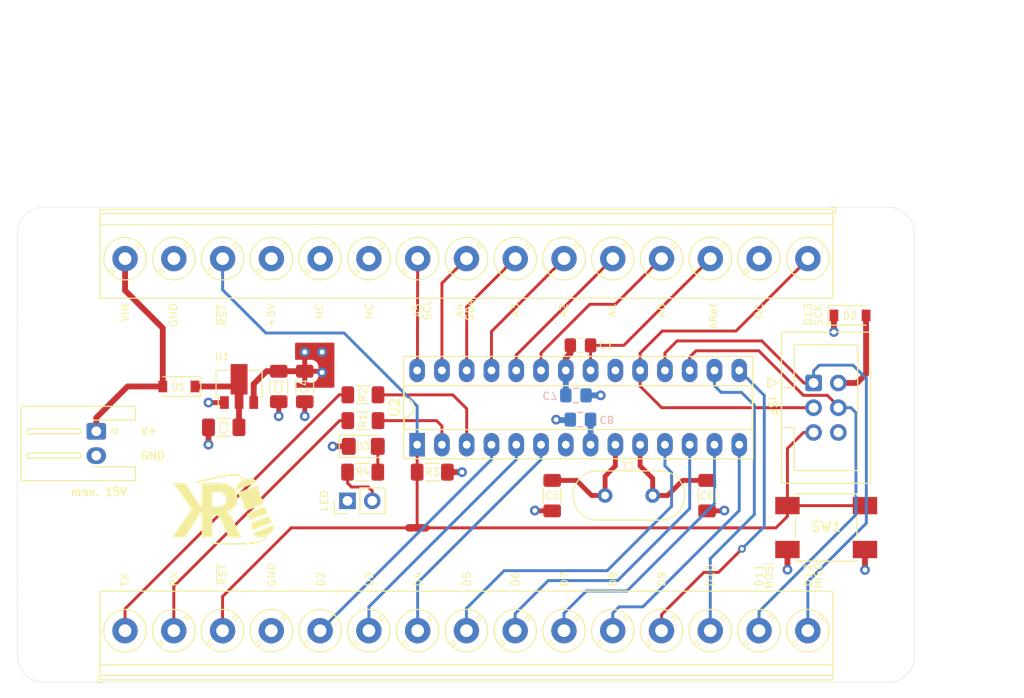
<source format=kicad_pcb>
(kicad_pcb (version 20211014) (generator pcbnew)
  (title_block (title "IR gesteuertes ALPS Potentiometer für Lautsprecher") (date "2021-05-16") (rev "1") (comment 1 "Kai Ruland"))
  (layers (0 "F.Cu" signal "Front") (1 "In1.Cu" power) (2 "In2.Cu" power) (31 "B.Cu" signal "Back") (34 "B.Paste" user) (35 "F.Paste" user) (36 "B.SilkS" user "B.Silkscreen") (37 "F.SilkS" user "F.Silkscreen") (38 "B.Mask" user) (39 "F.Mask" user) (44 "Edge.Cuts" user))
  (net 0 "")
  (net 1 "GND")
  (net 2 "/VDC_IN")
  (net 3 "Net-(C5-Pad2)")
  (net 4 "Net-(C6-Pad2)")
  (net 5 "/D2")
  (net 6 "/D3")
  (net 7 "+5V")
  (net 8 "VIN")
  (net 9 "/D12{slash}MISO")
  (net 10 "/D13{slash}SCK")
  (net 11 "/D11{slash}MOSI")
  (net 12 "/D0{slash}RX")
  (net 13 "/D1{slash}TX")
  (net 14 "/D4")
  (net 15 "/D5")
  (net 16 "/D6")
  (net 17 "/D7")
  (net 18 "/D8")
  (net 19 "/D9")
  (net 20 "/D10")
  (net 22 "/ARef")
  (net 23 "/A0")
  (net 24 "/A1")
  (net 25 "/A2")
  (net 26 "/A3")
  (net 27 "/A4")
  (net 28 "/A5")
  (net 30 "/TX")
  (net 31 "/RX")
  (net 33 "/~{RESET}")
  (net 34 "/ISP-5V")
  (net 35 "Net-(D3-Pad2)")
  (net 36 "Net-(J5-Pad2)")
  (footprint "Diode_SMD:D_SOD-123" (layer "F.Cu") (at 120.68155 92.8116 180)
    (fp_text reference "D1" (at 0.0254 -0.0254) (layer "F.SilkS") (effects (font (size 0.762 0.762) (thickness 0.1016))))
    (fp_text value "MBR0520LT")
    (pad "1" smd rect locked (at -1.65 0 180) (size 0.9 1.2) (layers "F.Cu" "F.Paste" "F.Mask") (net 2 "/VDC_IN"))
    (pad "2" smd rect locked (at 1.65 0 180) (size 0.9 1.2) (layers "F.Cu" "F.Paste" "F.Mask") (net 8 "VIN"))
  )
  (footprint "MountingHole:MountingHole_3.2mm_M3_DIN965" (layer "F.Cu") (at 192.5828 79.756)
    (fp_text reference "H2" hide)
    (fp_text value "MountingHole")
    (pad "" np_thru_hole circle (at 0 0) (size 3.2 3.2) (drill 3.2) (layers *.Cu *.Mask))
  )
  (footprint "MountingHole:MountingHole_3.2mm_M3_DIN965" (layer "F.Cu") (at 192.6336 117.8052)
    (fp_text reference "H4" hide)
    (fp_text value "MountingHole")
    (pad "" np_thru_hole circle (at 0 0) (size 3.2 3.2) (drill 3.2) (layers *.Cu *.Mask))
  )
  (footprint "Package_TO_SOT_SMD:SOT-89-3" (layer "F.Cu") (at 126.85375 92.8116 90)
    (fp_text reference "U1" (at 3.0734 -1.7272 180) (layer "F.SilkS") (effects (font (size 0.762 0.762) (thickness 0.1016))))
    (fp_text value "MCP1703A-5002_SOT89")
    (pad "1" smd rect locked (at -1.65 -1.5 90) (size 1.3 0.9) (layers "F.Cu" "F.Paste" "F.Mask") (net 1 "GND"))
    (pad "2" smd custom locked (at -1.5625 0 90) (size 1.475 0.9) (layers "F.Cu" "F.Paste" "F.Mask") (net 2 "/VDC_IN") (options (clearance outline) (anchor rect)) (primitives (gr_poly (pts (xy 3.8625 0.8665) (xy 0.7375 0.8665) (xy 0.7375 -0.8665) (xy 3.8625 -0.8665)) (width 0) (fill yes))))
    (pad "3" smd rect locked (at -1.65 1.5 90) (size 1.3 0.9) (layers "F.Cu" "F.Paste" "F.Mask") (net 7 "+5V"))
  )
  (footprint "Connector_IDC:IDC-Header_2x03_P2.54mm_Vertical" (layer "F.Cu") (at 185.7496 92.451)
    (fp_text reference "J4" hide)
    (fp_text value "Conn_02x03_Odd_Even")
    (pad "1" thru_hole roundrect locked (at 0 0) (size 1.7 1.7) (drill 1) (layers *.Cu *.Mask) (roundrect_rratio 0.1470588235) (net 9 "/D12{slash}MISO"))
    (pad "2" thru_hole circle locked (at 2.54 0) (size 1.7 1.7) (drill 1) (layers *.Cu *.Mask) (net 34 "/ISP-5V"))
    (pad "3" thru_hole circle locked (at 0 2.54) (size 1.7 1.7) (drill 1) (layers *.Cu *.Mask) (net 10 "/D13{slash}SCK"))
    (pad "4" thru_hole circle locked (at 2.54 2.54) (size 1.7 1.7) (drill 1) (layers *.Cu *.Mask) (net 11 "/D11{slash}MOSI"))
    (pad "5" thru_hole circle locked (at 0 5.08) (size 1.7 1.7) (drill 1) (layers *.Cu *.Mask) (net 33 "/~{RESET}"))
    (pad "6" thru_hole circle locked (at 2.54 5.08) (size 1.7 1.7) (drill 1) (layers *.Cu *.Mask) (net 1 "GND"))
  )
  (footprint "MountingHole:MountingHole_3.2mm_M3_DIN965" (layer "F.Cu") (at 107.4928 79.756)
    (fp_text reference "H1" hide)
    (fp_text value "MountingHole")
    (pad "" np_thru_hole circle (at 0 0) (size 3.2 3.2) (drill 3.2) (layers *.Cu *.Mask))
  )
  (footprint "Crystal:Crystal_HC49-4H_Vertical" (layer "F.Cu") (at 164.3766 103.99477)
    (fp_text reference "Y1" (at 2.44 -3.10597) (layer "F.SilkS") (effects (font (size 0.762 0.762) (thickness 0.1016))))
    (fp_text value "8Mhz")
    (pad "1" thru_hole circle locked (at 0 0) (size 1.5 1.5) (drill 0.8) (layers *.Cu *.Mask) (net 3 "Net-(C5-Pad2)"))
    (pad "2" thru_hole circle locked (at 4.88 0) (size 1.5 1.5) (drill 0.8) (layers *.Cu *.Mask) (net 4 "Net-(C6-Pad2)"))
  )
  (footprint "Capacitor_SMD:C_1206_3216Metric_Pad1.33x1.80mm_HandSolder" (layer "F.Cu") (at 158.9526 104.013 90)
    (fp_text reference "C5" (at 0 0 180) (layer "F.SilkS") (effects (font (size 0.762 0.762) (thickness 0.1016))))
    (fp_text value "22p")
    (pad "1" smd roundrect locked (at -1.5625 0 90) (size 1.325 1.8) (layers "F.Cu" "F.Paste" "F.Mask") (roundrect_rratio 0.1886792453) (net 1 "GND"))
    (pad "2" smd roundrect locked (at 1.5625 0 90) (size 1.325 1.8) (layers "F.Cu" "F.Paste" "F.Mask") (roundrect_rratio 0.1886792453) (net 3 "Net-(C5-Pad2)"))
  )
  (footprint "Capacitor_SMD:C_1206_3216Metric_Pad1.33x1.80mm_HandSolder" (layer "F.Cu") (at 174.8276 104.013 90)
    (fp_text reference "C6" (at 0 0 180) (layer "F.SilkS") (effects (font (size 0.762 0.762) (thickness 0.1016))))
    (fp_text value "22p")
    (pad "1" smd roundrect locked (at -1.5625 0 90) (size 1.325 1.8) (layers "F.Cu" "F.Paste" "F.Mask") (roundrect_rratio 0.1886792453) (net 1 "GND"))
    (pad "2" smd roundrect locked (at 1.5625 0 90) (size 1.325 1.8) (layers "F.Cu" "F.Paste" "F.Mask") (roundrect_rratio 0.1886792453) (net 4 "Net-(C6-Pad2)"))
  )
  (footprint "Package_DIP:DIP-28_W7.62mm_Socket_LongPads" (layer "F.Cu") (at 145.1096 98.78777 90)
    (fp_text reference "U2" (at 3.81 -2.33 90) (layer "F.SilkS"))
    (fp_text value "ATmega328-P")
    (pad "1" thru_hole rect locked (at 0 0 90) (size 2.4 1.6) (drill 0.8) (layers *.Cu *.Mask) (net 33 "/~{RESET}"))
    (pad "2" thru_hole oval locked (at 0 2.54 90) (size 2.4 1.6) (drill 0.8) (layers *.Cu *.Mask) (net 12 "/D0{slash}RX"))
    (pad "3" thru_hole oval locked (at 0 5.08 90) (size 2.4 1.6) (drill 0.8) (layers *.Cu *.Mask) (net 13 "/D1{slash}TX"))
    (pad "4" thru_hole oval locked (at 0 7.62 90) (size 2.4 1.6) (drill 0.8) (layers *.Cu *.Mask) (net 5 "/D2"))
    (pad "5" thru_hole oval locked (at 0 10.16 90) (size 2.4 1.6) (drill 0.8) (layers *.Cu *.Mask) (net 6 "/D3"))
    (pad "6" thru_hole oval locked (at 0 12.7 90) (size 2.4 1.6) (drill 0.8) (layers *.Cu *.Mask) (net 14 "/D4"))
    (pad "7" thru_hole oval locked (at 0 15.24 90) (size 2.4 1.6) (drill 0.8) (layers *.Cu *.Mask) (net 7 "+5V"))
    (pad "8" thru_hole oval locked (at 0 17.78 90) (size 2.4 1.6) (drill 0.8) (layers *.Cu *.Mask) (net 1 "GND"))
    (pad "9" thru_hole oval locked (at 0 20.32 90) (size 2.4 1.6) (drill 0.8) (layers *.Cu *.Mask) (net 3 "Net-(C5-Pad2)"))
    (pad "10" thru_hole oval locked (at 0 22.86 90) (size 2.4 1.6) (drill 0.8) (layers *.Cu *.Mask) (net 4 "Net-(C6-Pad2)"))
    (pad "11" thru_hole oval locked (at 0 25.4 90) (size 2.4 1.6) (drill 0.8) (layers *.Cu *.Mask) (net 15 "/D5"))
    (pad "12" thru_hole oval locked (at 0 27.94 90) (size 2.4 1.6) (drill 0.8) (layers *.Cu *.Mask) (net 16 "/D6"))
    (pad "13" thru_hole oval locked (at 0 30.48 90) (size 2.4 1.6) (drill 0.8) (layers *.Cu *.Mask) (net 17 "/D7"))
    (pad "14" thru_hole oval locked (at 0 33.02 90) (size 2.4 1.6) (drill 0.8) (layers *.Cu *.Mask) (net 18 "/D8"))
    (pad "15" thru_hole oval locked (at 7.62 33.02 90) (size 2.4 1.6) (drill 0.8) (layers *.Cu *.Mask) (net 19 "/D9"))
    (pad "16" thru_hole oval locked (at 7.62 30.48 90) (size 2.4 1.6) (drill 0.8) (layers *.Cu *.Mask) (net 20 "/D10"))
    (pad "17" thru_hole oval locked (at 7.62 27.94 90) (size 2.4 1.6) (drill 0.8) (layers *.Cu *.Mask) (net 11 "/D11{slash}MOSI"))
    (pad "18" thru_hole oval locked (at 7.62 25.4 90) (size 2.4 1.6) (drill 0.8) (layers *.Cu *.Mask) (net 9 "/D12{slash}MISO"))
    (pad "19" thru_hole oval locked (at 7.62 22.86 90) (size 2.4 1.6) (drill 0.8) (layers *.Cu *.Mask) (net 10 "/D13{slash}SCK"))
    (pad "20" thru_hole oval locked (at 7.62 20.32 90) (size 2.4 1.6) (drill 0.8) (layers *.Cu *.Mask) (net 7 "+5V"))
    (pad "21" thru_hole oval locked (at 7.62 17.78 90) (size 2.4 1.6) (drill 0.8) (layers *.Cu *.Mask) (net 22 "/ARef"))
    (pad "22" thru_hole oval locked (at 7.62 15.24 90) (size 2.4 1.6) (drill 0.8) (layers *.Cu *.Mask) (net 1 "GND"))
    (pad "23" thru_hole oval locked (at 7.62 12.7 90) (size 2.4 1.6) (drill 0.8) (layers *.Cu *.Mask) (net 23 "/A0"))
    (pad "24" thru_hole oval locked (at 7.62 10.16 90) (size 2.4 1.6) (drill 0.8) (layers *.Cu *.Mask) (net 24 "/A1"))
    (pad "25" thru_hole oval locked (at 7.62 7.62 90) (size 2.4 1.6) (drill 0.8) (layers *.Cu *.Mask) (net 25 "/A2"))
    (pad "26" thru_hole oval locked (at 7.62 5.08 90) (size 2.4 1.6) (drill 0.8) (layers *.Cu *.Mask) (net 26 "/A3"))
    (pad "27" thru_hole oval locked (at 7.62 2.54 90) (size 2.4 1.6) (drill 0.8) (layers *.Cu *.Mask) (net 27 "/A4"))
    (pad "28" thru_hole oval locked (at 7.62 0 90) (size 2.4 1.6) (drill 0.8) (layers *.Cu *.Mask) (net 28 "/A5"))
  )
  (footprint "MountingHole:MountingHole_3.2mm_M3_DIN965" (layer "F.Cu") (at 107.5436 117.8052)
    (fp_text reference "H3" hide)
    (fp_text value "MountingHole")
    (pad "" np_thru_hole circle (at 0 0) (size 3.2 3.2) (drill 3.2) (layers *.Cu *.Mask))
  )
  (footprint "Capacitor_SMD:C_1206_3216Metric_Pad1.33x1.80mm_HandSolder" (layer "F.Cu") (at 125.27895 97.0026 180)
    (fp_text reference "C2" (at 0 0 90) (layer "F.SilkS") (effects (font (size 0.762 0.762) (thickness 0.1016))))
    (fp_text value "1uF")
    (pad "1" smd roundrect locked (at -1.5625 0 180) (size 1.325 1.8) (layers "F.Cu" "F.Paste" "F.Mask") (roundrect_rratio 0.1886792453) (net 2 "/VDC_IN"))
    (pad "2" smd roundrect locked (at 1.5625 0 180) (size 1.325 1.8) (layers "F.Cu" "F.Paste" "F.Mask") (roundrect_rratio 0.1886792453) (net 1 "GND"))
  )
  (footprint "Resistor_SMD:R_1206_3216Metric_Pad1.30x1.75mm_HandSolder" (layer "F.Cu") (at 139.5476 96.3168)
    (fp_text reference "R1" (at 0 0 90) (layer "F.SilkS") (effects (font (size 0.762 0.762) (thickness 0.1016))))
    (fp_text value "1K")
    (pad "1" smd roundrect locked (at -1.55 0) (size 1.3 1.75) (layers "F.Cu" "F.Paste" "F.Mask") (roundrect_rratio 0.1923076923) (net 31 "/RX"))
    (pad "2" smd roundrect locked (at 1.55 0) (size 1.3 1.75) (layers "F.Cu" "F.Paste" "F.Mask") (roundrect_rratio 0.1923076923) (net 12 "/D0{slash}RX"))
  )
  (footprint "MySymbol:KR-Logo_10.4x7.2mm_SilkScreen" (layer "F.Cu") (at 125.222 105.41)
    (fp_text reference "G***" hide)
    (fp_text value "KR-Logo-10.4mm-SilkScreen" hide)
  )
  (footprint "Capacitor_SMD:C_0805_2012Metric_Pad1.18x1.45mm_HandSolder" (layer "F.Cu") (at 161.8521 88.5952 180)
    (fp_text reference "C1" (at -2.6383 -0.0254) (layer "F.SilkS") (effects (font (size 0.762 0.762) (thickness 0.1016))))
    (fp_text value "100n")
    (pad "1" smd roundrect locked (at -1.0375 0 180) (size 1.175 1.45) (layers "F.Cu" "F.Paste" "F.Mask") (roundrect_rratio 0.2127659574) (net 22 "/ARef"))
    (pad "2" smd roundrect locked (at 1.0375 0 180) (size 1.175 1.45) (layers "F.Cu" "F.Paste" "F.Mask") (roundrect_rratio 0.2127659574) (net 1 "GND"))
  )
  (footprint "TerminalBlock_Phoenix:TerminalBlock_Phoenix_PT-1,5-15-5.0-H_1x15_P5.00mm_Horizontal" (layer "F.Cu") (at 185.166 79.6972 180)
    (fp_text reference "J3" hide)
    (fp_text value "Screw_Terminal_01x15")
    (pad "1" thru_hole circle locked (at 0 0 180) (size 2.6 2.6) (drill 1.3) (layers *.Cu *.Mask) (net 10 "/D13{slash}SCK"))
    (pad "2" thru_hole circle locked (at 5 0 180) (size 2.6 2.6) (drill 1.3) (layers *.Cu *.Mask))
    (pad "3" thru_hole circle locked (at 10 0 180) (size 2.6 2.6) (drill 1.3) (layers *.Cu *.Mask) (net 22 "/ARef"))
    (pad "4" thru_hole circle locked (at 15 0 180) (size 2.6 2.6) (drill 1.3) (layers *.Cu *.Mask) (net 23 "/A0"))
    (pad "5" thru_hole circle locked (at 20 0 180) (size 2.6 2.6) (drill 1.3) (layers *.Cu *.Mask) (net 24 "/A1"))
    (pad "6" thru_hole circle locked (at 25 0 180) (size 2.6 2.6) (drill 1.3) (layers *.Cu *.Mask) (net 25 "/A2"))
    (pad "7" thru_hole circle locked (at 30 0 180) (size 2.6 2.6) (drill 1.3) (layers *.Cu *.Mask) (net 26 "/A3"))
    (pad "8" thru_hole circle locked (at 35 0 180) (size 2.6 2.6) (drill 1.3) (layers *.Cu *.Mask) (net 27 "/A4"))
    (pad "9" thru_hole circle locked (at 40 0 180) (size 2.6 2.6) (drill 1.3) (layers *.Cu *.Mask) (net 28 "/A5"))
    (pad "10" thru_hole circle locked (at 45 0 180) (size 2.6 2.6) (drill 1.3) (layers *.Cu *.Mask))
    (pad "11" thru_hole circle locked (at 50 0 180) (size 2.6 2.6) (drill 1.3) (layers *.Cu *.Mask))
    (pad "12" thru_hole circle locked (at 55 0 180) (size 2.6 2.6) (drill 1.3) (layers *.Cu *.Mask) (net 7 "+5V"))
    (pad "13" thru_hole circle locked (at 60 0 180) (size 2.6 2.6) (drill 1.3) (layers *.Cu *.Mask) (net 33 "/~{RESET}"))
    (pad "14" thru_hole circle locked (at 65 0 180) (size 2.6 2.6) (drill 1.3) (layers *.Cu *.Mask) (net 1 "GND"))
    (pad "15" thru_hole circle locked (at 70 0 180) (size 2.6 2.6) (drill 1.3) (layers *.Cu *.Mask) (net 8 "VIN"))
  )
  (footprint "Connector_PinHeader_2.54mm:PinHeader_1x02_P2.54mm_Vertical" (layer "F.Cu") (at 137.9678 104.5464 90)
    (fp_text reference "J5" hide)
    (fp_text value "Conn_01x02")
    (pad "1" thru_hole rect (at 0 0 90) (size 1.7 1.7) (drill 1) (layers *.Cu *.Mask) (net 7 "+5V"))
    (pad "2" thru_hole oval (at 0 2.54 90) (size 1.7 1.7) (drill 1) (layers *.Cu *.Mask) (net 36 "Net-(J5-Pad2)"))
  )
  (footprint "Capacitor_SMD:C_1206_3216Metric_Pad1.33x1.80mm_HandSolder" (layer "F.Cu") (at 133.58475 92.8116 -90)
    (fp_text reference "C4" (at 0 0.03155 -90) (layer "F.SilkS") (effects (font (size 0.762 0.762) (thickness 0.1016))))
    (fp_text value "10uF")
    (pad "1" smd roundrect locked (at -1.5625 0 270) (size 1.325 1.8) (layers "F.Cu" "F.Paste" "F.Mask") (roundrect_rratio 0.1886792453) (net 7 "+5V"))
    (pad "2" smd roundrect locked (at 1.5625 0 270) (size 1.325 1.8) (layers "F.Cu" "F.Paste" "F.Mask") (roundrect_rratio 0.1886792453) (net 1 "GND"))
  )
  (footprint "Resistor_SMD:R_1206_3216Metric_Pad1.30x1.75mm_HandSolder" (layer "F.Cu") (at 139.5476 93.6688 180)
    (fp_text reference "R2" (at 0 0 90) (layer "F.SilkS") (effects (font (size 0.762 0.762) (thickness 0.1016))))
    (fp_text value "1K")
    (pad "1" smd roundrect locked (at -1.55 0 180) (size 1.3 1.75) (layers "F.Cu" "F.Paste" "F.Mask") (roundrect_rratio 0.1923076923) (net 13 "/D1{slash}TX"))
    (pad "2" smd roundrect locked (at 1.55 0 180) (size 1.3 1.75) (layers "F.Cu" "F.Paste" "F.Mask") (roundrect_rratio 0.1923076923) (net 30 "/TX"))
  )
  (footprint "LED_SMD:LED_1206_3216Metric_Pad1.42x1.75mm_HandSolder" (layer "F.Cu") (at 139.5869 98.9584)
    (fp_text reference "D3" (at -0.011 -0.0254) (layer "F.SilkS") (effects (font (size 0.762 0.762) (thickness 0.1016))))
    (fp_text value "LED")
    (pad "1" smd roundrect (at -1.4875 0) (size 1.425 1.75) (layers "F.Cu" "F.Paste" "F.Mask") (roundrect_rratio 0.1754392982) (net 1 "GND"))
    (pad "2" smd roundrect (at 1.4875 0) (size 1.425 1.75) (layers "F.Cu" "F.Paste" "F.Mask") (roundrect_rratio 0.1754392982) (net 35 "Net-(D3-Pad2)"))
  )
  (footprint "Resistor_SMD:R_1206_3216Metric_Pad1.30x1.75mm_HandSolder" (layer "F.Cu") (at 146.6596 101.6)
    (fp_text reference "R3" (at 0 0) (layer "F.SilkS") (effects (font (size 0.762 0.762) (thickness 0.1016))))
    (fp_text value "22K")
    (pad "1" smd roundrect (at -1.55 0) (size 1.3 1.75) (layers "F.Cu" "F.Paste" "F.Mask") (roundrect_rratio 0.1923076923) (net 33 "/~{RESET}"))
    (pad "2" smd roundrect (at 1.55 0) (size 1.3 1.75) (layers "F.Cu" "F.Paste" "F.Mask") (roundrect_rratio 0.1923076923) (net 7 "+5V"))
  )
  (footprint "Capacitor_SMD:C_1206_3216Metric_Pad1.33x1.80mm_HandSolder" (layer "F.Cu") (at 130.91775 92.8116 -90)
    (fp_text reference "C3" (at 0 0 90) (layer "F.SilkS") (effects (font (size 0.762 0.762) (thickness 0.1016))))
    (fp_text value "1uF")
    (pad "1" smd roundrect locked (at -1.5625 0 270) (size 1.325 1.8) (layers "F.Cu" "F.Paste" "F.Mask") (roundrect_rratio 0.1886792453) (net 7 "+5V"))
    (pad "2" smd roundrect locked (at 1.5625 0 270) (size 1.325 1.8) (layers "F.Cu" "F.Paste" "F.Mask") (roundrect_rratio 0.1886792453) (net 1 "GND"))
  )
  (footprint "Resistor_SMD:R_1206_3216Metric_Pad1.30x1.75mm_HandSolder" (layer "F.Cu") (at 139.5244 101.6)
    (fp_text reference "R4" (at 0 -0.0126) (layer "F.SilkS") (effects (font (size 0.762 0.762) (thickness 0.1016))))
    (fp_text value "1K")
    (pad "1" smd roundrect (at -1.55 0) (size 1.3 1.75) (layers "F.Cu" "F.Paste" "F.Mask") (roundrect_rratio 0.1923076923) (net 36 "Net-(J5-Pad2)"))
    (pad "2" smd roundrect (at 1.55 0) (size 1.3 1.75) (layers "F.Cu" "F.Paste" "F.Mask") (roundrect_rratio 0.1923076923) (net 35 "Net-(D3-Pad2)"))
  )
  (footprint "TerminalBlock_Phoenix:TerminalBlock_Phoenix_PT-1,5-15-5.0-H_1x15_P5.00mm_Horizontal" (layer "F.Cu") (at 115.161 117.864)
    (fp_text reference "J2" hide)
    (fp_text value "Screw_Terminal_01x15")
    (pad "1" thru_hole circle locked (at 0 0) (size 2.6 2.6) (drill 1.3) (layers *.Cu *.Mask) (net 30 "/TX"))
    (pad "2" thru_hole circle locked (at 5 0) (size 2.6 2.6) (drill 1.3) (layers *.Cu *.Mask) (net 31 "/RX"))
    (pad "3" thru_hole circle locked (at 10 0) (size 2.6 2.6) (drill 1.3) (layers *.Cu *.Mask) (net 33 "/~{RESET}"))
    (pad "4" thru_hole circle locked (at 15 0) (size 2.6 2.6) (drill 1.3) (layers *.Cu *.Mask) (net 1 "GND"))
    (pad "5" thru_hole circle locked (at 20 0) (size 2.6 2.6) (drill 1.3) (layers *.Cu *.Mask) (net 5 "/D2"))
    (pad "6" thru_hole circle locked (at 25 0) (size 2.6 2.6) (drill 1.3) (layers *.Cu *.Mask) (net 6 "/D3"))
    (pad "7" thru_hole circle locked (at 30 0) (size 2.6 2.6) (drill 1.3) (layers *.Cu *.Mask) (net 14 "/D4"))
    (pad "8" thru_hole circle locked (at 35 0) (size 2.6 2.6) (drill 1.3) (layers *.Cu *.Mask) (net 15 "/D5"))
    (pad "9" thru_hole circle locked (at 40 0) (size 2.6 2.6) (drill 1.3) (layers *.Cu *.Mask) (net 16 "/D6"))
    (pad "10" thru_hole circle locked (at 45 0) (size 2.6 2.6) (drill 1.3) (layers *.Cu *.Mask) (net 17 "/D7"))
    (pad "11" thru_hole circle locked (at 50 0) (size 2.6 2.6) (drill 1.3) (layers *.Cu *.Mask) (net 18 "/D8"))
    (pad "12" thru_hole circle locked (at 55 0) (size 2.6 2.6) (drill 1.3) (layers *.Cu *.Mask) (net 19 "/D9"))
    (pad "13" thru_hole circle locked (at 60 0) (size 2.6 2.6) (drill 1.3) (layers *.Cu *.Mask) (net 20 "/D10"))
    (pad "14" thru_hole circle locked (at 65 0) (size 2.6 2.6) (drill 1.3) (layers *.Cu *.Mask) (net 11 "/D11{slash}MOSI"))
    (pad "15" thru_hole circle locked (at 70 0) (size 2.6 2.6) (drill 1.3) (layers *.Cu *.Mask) (net 9 "/D12{slash}MISO"))
  )
  (footprint "Connector_JST:JST_XH_S2B-XH-A-1_1x02_P2.50mm_Horizontal" (layer "F.Cu") (at 112.2166 97.409 -90)
    (fp_text reference locked "J1" hide)
    (fp_text value "Conn_01x02")
    (pad "1" thru_hole roundrect locked (at 0 0 270) (size 1.7 2) (drill 1) (layers *.Cu *.Mask) (roundrect_rratio 0.1470588235) (net 8 "VIN"))
    (pad "2" thru_hole oval locked (at 2.5 0 270) (size 1.7 2) (drill 1) (layers *.Cu *.Mask) (net 1 "GND"))
  )
  (footprint "Diode_SMD:D_SOD-123" (layer "F.Cu") (at 189.484 85.5241)
    (fp_text reference "D2" (at 0 0.0231) (layer "F.SilkS") (effects (font (size 0.762 0.762) (thickness 0.1016))))
    (fp_text value "MBR0520LT")
    (pad "1" smd rect (at -1.65 0) (size 0.9 1.2) (layers "F.Cu" "F.Paste" "F.Mask") (net 7 "+5V"))
    (pad "2" smd rect (at 1.65 0) (size 0.9 1.2) (layers "F.Cu" "F.Paste" "F.Mask") (net 34 "/ISP-5V"))
  )
  (footprint "MyButton_Switch_SMD:SW_SPST_T931x" (layer "F.Cu") (at 187.0456 107.287)
    (fp_text reference "SW1" (at 0 -0.099) (layer "F.SilkS"))
    (fp_text value "SW_Push")
    (pad "1" smd rect locked (at -3.975 -2.25) (size 2.5 1.778) (layers "F.Cu" "F.Paste" "F.Mask") (net 33 "/~{RESET}"))
    (pad "1" smd rect locked (at 3.975 -2.25) (size 2.5 1.778) (layers "F.Cu" "F.Paste" "F.Mask") (net 33 "/~{RESET}"))
    (pad "2" smd rect locked (at 3.975 2.25) (size 2.5 1.778) (layers "F.Cu" "F.Paste" "F.Mask") (net 1 "GND"))
    (pad "2" smd rect locked (at -3.975 2.25) (size 2.5 1.778) (layers "F.Cu" "F.Paste" "F.Mask") (net 1 "GND"))
  )
  (footprint "Capacitor_SMD:C_0805_2012Metric_Pad1.18x1.45mm_HandSolder" (layer "B.Cu") (at 161.3871 93.726 180)
    (fp_text reference "C7" (at 2.6885 0 180 unlocked) (layer "B.SilkS") (effects (font (size 0.762 0.762) (thickness 0.1016)) (justify mirror)))
    (fp_text value "100n")
    (pad "1" smd roundrect locked (at -1.0375 0 180) (size 1.175 1.45) (layers "B.Cu" "B.Paste" "B.Mask") (roundrect_rratio 0.2127659574) (net 7 "+5V"))
    (pad "2" smd roundrect locked (at 1.0375 0 180) (size 1.175 1.45) (layers "B.Cu" "B.Paste" "B.Mask") (roundrect_rratio 0.2127659574) (net 1 "GND"))
  )
  (footprint "Capacitor_SMD:C_0805_2012Metric_Pad1.18x1.45mm_HandSolder" (layer "B.Cu") (at 161.8488 96.2152)
    (fp_text reference "C8" (at 2.6924 0 180 unlocked) (layer "B.SilkS") (effects (font (size 0.762 0.762) (thickness 0.1016)) (justify mirror)))
    (fp_text value "100n")
    (pad "1" smd roundrect locked (at -1.0375 0) (size 1.175 1.45) (layers "B.Cu" "B.Paste" "B.Mask") (roundrect_rratio 0.2127659574) (net 7 "+5V"))
    (pad "2" smd roundrect locked (at 1.0375 0) (size 1.175 1.45) (layers "B.Cu" "B.Paste" "B.Mask") (roundrect_rratio 0.2127659574) (net 1 "GND"))
  )
  (gr_arc (start 196.088 120.4722) (mid 195.306854 122.358054) (end 193.421 123.1392) (layer "Edge.Cuts") (width 0.0381))
  (gr_arc (start 193.421 74.422) (mid 195.306854 75.203146) (end 196.088 77.089) (layer "Edge.Cuts") (width 0.0381))
  (gr_line (start 104.1146 77.089) (end 104.14 120.4722) (layer "Edge.Cuts") (width 0.0381))
  (gr_line (start 193.421 74.422) (end 106.7816 74.422) (layer "Edge.Cuts") (width 0.0381))
  (gr_arc (start 106.807 123.1392) (mid 104.921146 122.358054) (end 104.14 120.4722) (layer "Edge.Cuts") (width 0.0381))
  (gr_line (start 106.807 123.1392) (end 193.421 123.1392) (layer "Edge.Cuts") (width 0.0381))
  (gr_arc (start 104.1146 77.089) (mid 104.895746 75.203146) (end 106.7816 74.422) (layer "Edge.Cuts") (width 0.0381))
  (gr_line (start 196.088 120.4722) (end 196.088 77.089) (layer "Edge.Cuts") (width 0.0381))
  (gr_text "V+" (at 117.621353 97.3836) (layer "F.SilkS") (effects (font (size 0.8128 0.8128) (thickness 0.1524))))
  (gr_text "GND\n" (at 130.2004 112.132533 90) (layer "F.SilkS") (effects (font (size 0.762 0.8128) (thickness 0.1016))))
  (gr_text "D2" (at 135.2296 112.577638 90) (layer "F.SilkS") (effects (font (size 0.762 0.8128) (thickness 0.1016))))
  (gr_text "A1\n" (at 165.0746 85.000496 90) (layer "F.SilkS") (effects (font (size 0.762 0.8128) (thickness 0.1016))))
  (gr_text "LED" (at 135.5852 104.5464 90) (layer "F.SilkS") (effects (font (size 0.762 0.8128) (thickness 0.1016))))
  (gr_text "MOSI" (at 181.2036 112.2172 90) (layer "F.SilkS") (effects (font (size 0.762 0.762) (thickness 0.1016))))
  (gr_text "D10" (at 175.1584 112.19059 90) (layer "F.SilkS") (effects (font (size 0.762 0.8128) (thickness 0.1016))))
  (gr_text "D3" (at 140.208 112.577638 90) (layer "F.SilkS") (effects (font (size 0.762 0.8128) (thickness 0.1016))))
  (gr_text "D11" (at 180.1876 112.19059 90) (layer "F.SilkS") (effects (font (size 0.762 0.8128) (thickness 0.1016))))
  (gr_text "A5\n" (at 145.1356 85.000496 90) (layer "F.SilkS") (effects (font (size 0.762 0.8128) (thickness 0.1016))))
  (gr_text "SCK" (at 186.2328 85.4456 90) (layer "F.SilkS") (effects (font (size 0.762 0.762) (thickness 0.1016))))
  (gr_text "RX" (at 120.1928 112.577638 90) (layer "F.SilkS") (effects (font (size 0.762 0.8128) (thickness 0.1016))))
  (gr_text "VIN\n" (at 115.1636 85.232724 90) (layer "F.SilkS") (effects (font (size 0.762 0.8128) (thickness 0.1016))))
  (gr_text "~{RST}" (at 125.1966 85.4964 90) (layer "F.SilkS") (effects (font (size 0.762 0.8128) (thickness 0.1016))))
  (gr_text "SDA" (at 150.5204 84.9884 90) (layer "F.SilkS") (effects (font (size 0.762 0.762) (thickness 0.1016))))
  (gr_text "D12" (at 185.2168 112.19059 90) (layer "F.SilkS") (effects (font (size 0.762 0.8128) (thickness 0.1016))))
  (gr_text "max. 15V" (at 112.4966 103.632) (layer "F.SilkS") (effects (font (size 0.8128 0.8128) (thickness 0.1524))))
  (gr_text "A3\n" (at 155.1686 85.000496 90) (layer "F.SilkS") (effects (font (size 0.762 0.8128) (thickness 0.1016))))
  (gr_text "D6" (at 155.194 112.577638 90) (layer "F.SilkS") (effects (font (size 0.762 0.8128) (thickness 0.1016))))
  (gr_text "ARef" (at 175.4886 85.60042 90) (layer "F.SilkS") (effects (font (size 0.762 0.8128) (thickness 0.1016))))
  (gr_text "D13" (at 185.1914 85.4456 90) (layer "F.SilkS") (effects (font (size 0.762 0.8128) (thickness 0.1016))))
  (gr_text "GND\n" (at 118.0084 99.9236) (layer "F.SilkS") (effects (font (size 0.8128 0.8128) (thickness 0.1524))))
  (gr_text "SCL" (at 146.1516 84.9884 90) (layer "F.SilkS") (effects (font (size 0.762 0.762) (thickness 0.1016))))
  (gr_text "MISO" (at 186.2328 112.2172 90) (layer "F.SilkS") (effects (font (size 0.762 0.762) (thickness 0.1016))))
  (gr_text "D5" (at 150.2156 112.577638 90) (layer "F.SilkS") (effects (font (size 0.762 0.8128) (thickness 0.1016))))
  (gr_text "GND" (at 120.1166 85.503658 90) (layer "F.SilkS") (effects (font (size 0.762 0.8128) (thickness 0.1016))))
  (gr_text "TX" (at 115.1636 112.6744 90) (layer "F.SilkS") (effects (font (size 0.762 0.8128) (thickness 0.1016))))
  (gr_text "NC" (at 135.1026 85.097258 90) (layer "F.SilkS") (effects (font (size 0.762 0.8128) (thickness 0.1016))))
  (gr_text "NC" (at 140.1826 85.097258 90) (layer "F.SilkS") (effects (font (size 0.762 0.8128) (thickness 0.1016))))
  (gr_text "D7" (at 160.2232 112.577638 90) (layer "F.SilkS") (effects (font (size 0.762 0.8128) (thickness 0.1016))))
  (gr_text "ISP" (at 181.5586 94.85077 270) (layer "F.SilkS") (effects (font (size 0.8128 0.8128) (thickness 0.1524))))
  (gr_text "A0\n" (at 170.1546 85.000496 90) (layer "F.SilkS") (effects (font (size 0.762 0.8128) (thickness 0.1016))))
  (gr_text "A2\n" (at 160.1216 85.000496 90) (layer "F.SilkS") (effects (font (size 0.762 0.8128) (thickness 0.1016))))
  (gr_text "~{RST}" (at 125.1712 112.1156 90) (layer "F.SilkS") (effects (font (size 0.762 0.8128) (thickness 0.1016))))
  (gr_text "D4" (at 145.1864 112.577638 90) (layer "F.SilkS") (effects (font (size 0.762 0.8128) (thickness 0.1016))))
  (gr_text "D9" (at 170.18 112.577638 90) (layer "F.SilkS") (effects (font (size 0.762 0.8128) (thickness 0.1016))))
  (gr_text "NC" (at 180.1876 85.097258 90) (layer "F.SilkS") (effects (font (size 0.762 0.8128) (thickness 0.1016))))
  (gr_text "A4\n\n" (at 150.0886 85.000496 90) (layer "F.SilkS") (effects (font (size 0.762 0.8128) (thickness 0.1016))))
  (gr_text "D8" (at 165.2016 112.577638 90) (layer "F.SilkS") (effects (font (size 0.762 0.8128) (thickness 0.1016))))
  (gr_text "+5V" (at 130.1496 85.503658 90) (layer "F.SilkS") (effects (font (size 0.762 0.8128) (thickness 0.1016))))
  (segment locked (start 123.71645 98.7806) (end 123.71645 97.0026) (width 0.6) (layer "F.Cu") (net 1))
  (segment locked (start 158.9526 105.5755) (end 157.2131 105.5755) (width 0.5) (layer "F.Cu") (net 1))
  (segment locked (start 123.71645 94.4626) (end 125.35375 94.4616) (width 0.5) (layer "F.Cu") (net 1))
  (segment locked (start 191.0206 109.537) (end 191.0206 111.595) (width 0.6) (layer "F.Cu") (net 1))
  (segment (start 183.0706 109.537) (end 183.0706 111.6076) (width 0.6) (layer "F.Cu") (net 1))
  (segment locked (start 133.58475 95.8336) (end 133.55875 95.8596) (width 0.5) (layer "F.Cu") (net 1))
  (segment (start 160.3496 89.8912) (end 160.3496 91.16777) (width 0.6) (layer "F.Cu") (net 1))
  (segment locked (start 133.58475 94.2491) (end 133.58475 95.8336) (width 0.5) (layer "F.Cu") (net 1))
  (segment locked (start 130.89175 95.8596) (end 130.91775 96.0876) (width 0.5) (layer "F.Cu") (net 1))
  (segment (start 160.8146 89.4262) (end 160.3496 89.8912) (width 0.6) (layer "F.Cu") (net 1))
  (segment locked (start 157.2131 105.5755) (end 157.1746 105.537) (width 0.5) (layer "F.Cu") (net 1))
  (segment (start 160.8146 88.5952) (end 160.8146 89.4262) (width 0.6) (layer "F.Cu") (net 1))
  (segment (start 138.0994 98.9584) (end 136.4488 98.9584) (width 0.6) (layer "F.Cu") (net 1))
  (segment locked (start 174.8276 105.5755) (end 176.5671 105.5755) (width 0.5) (layer "F.Cu") (net 1))
  (segment locked (start 191.0206 111.595) (end 190.9826 111.633) (width 0.6) (layer "F.Cu") (net 1))
  (segment locked (start 176.5671 105.5755) (end 176.6056 105.537) (width 0.5) (layer "F.Cu") (net 1))
  (segment locked (start 130.91775 96.0876) (end 130.91775 94.3741) (width 0.5) (layer "F.Cu") (net 1))
  (via locked (at 123.71645 98.7806) (size 1) (drill 0.5) (layers "F.Cu" "B.Cu") (net 1))
  (via locked (at 123.71645 94.4626) (size 1) (drill 0.5) (layers "F.Cu" "B.Cu") (net 1))
  (via locked (at 157.1746 105.537) (size 1) (drill 0.5) (layers "F.Cu" "B.Cu") (net 1))
  (via (at 136.4488 98.9584) (size 1) (drill 0.5) (layers "F.Cu" "B.Cu") (net 1))
  (via locked (at 176.6056 105.537) (size 1) (drill 0.5) (layers "F.Cu" "B.Cu") (net 1))
  (via locked (at 133.58475 95.8596) (size 1) (drill 0.5) (layers "F.Cu" "B.Cu") (net 1))
  (via locked (at 191.0206 111.633) (size 1) (drill 0.5) (layers "F.Cu" "B.Cu") (net 1))
  (via (at 183.0706 111.6076) (size 1) (drill 0.5) (layers "F.Cu" "B.Cu") (net 1))
  (via locked (at 130.91775 95.8596) (size 1) (drill 0.5) (layers "F.Cu" "B.Cu") (net 1))
  (segment (start 162.8863 96.2152) (end 162.8896 98.78777) (width 0.6) (layer "B.Cu") (net 1))
  (segment (start 160.3496 93.726) (end 160.3496 91.16777) (width 0.6) (layer "B.Cu") (net 1))
  (segment locked (start 126.80295 92.837) (end 126.95535 92.8116) (width 0.6) (layer "F.Cu") (net 2))
  (segment locked (start 126.85375 92.8878) (end 126.80295 92.837) (width 0.6) (layer "F.Cu") (net 2))
  (segment locked (start 126.85375 94.3741) (end 126.80295 92.8116) (width 0.6) (layer "F.Cu") (net 2))
  (segment locked (start 126.95535 92.8116) (end 122.33155 92.8116) (width 0.6) (layer "F.Cu") (net 2))
  (segment locked (start 126.84145 97.0026) (end 126.85375 92.8878) (width 0.6) (layer "F.Cu") (net 2))
  (segment locked (start 165.4296 100.965) (end 164.3766 102.018) (width 0.5) (layer "F.Cu") (net 3))
  (segment locked (start 164.3766 102.018) (end 164.3766 103.99477) (width 0.5) (layer "F.Cu") (net 3))
  (segment locked (start 164.3766 103.99477) (end 162.99837 103.99477) (width 0.5) (layer "F.Cu") (net 3))
  (segment locked (start 165.4296 98.78777) (end 165.4296 100.965) (width 0.5) (layer "F.Cu") (net 3))
  (segment locked (start 161.4541 102.4505) (end 158.9526 102.4505) (width 0.5) (layer "F.Cu") (net 3))
  (segment locked (start 162.99837 103.99477) (end 161.4541 102.4505) (width 0.5) (layer "F.Cu") (net 3))
  (segment locked (start 167.9696 100.965) (end 169.2566 102.252) (width 0.5) (layer "F.Cu") (net 4))
  (segment locked (start 172.3261 102.4505) (end 174.8276 102.4505) (width 0.5) (layer "F.Cu") (net 4))
  (segment locked (start 169.2566 102.252) (end 169.2566 103.99477) (width 0.5) (layer "F.Cu") (net 4))
  (segment locked (start 170.78183 103.99477) (end 172.3261 102.4505) (width 0.5) (layer "F.Cu") (net 4))
  (segment locked (start 167.9696 98.78777) (end 167.9696 100.965) (width 0.5) (layer "F.Cu") (net 4))
  (segment locked (start 169.2566 103.99477) (end 170.78183 103.99477) (width 0.5) (layer "F.Cu") (net 4))
  (segment (start 152.7296 100.3052) (end 135.1708 117.864) (width 0.3) (layer "B.Cu") (net 5))
  (segment (start 152.7296 99.975) (end 152.7296 100.3052) (width 0.3) (layer "B.Cu") (net 5))
  (segment locked (start 152.7296 98.78777) (end 152.7296 99.975) (width 0.3) (layer "B.Cu") (net 5))
  (segment (start 140.161 115.4138) (end 140.161 117.864) (width 0.3) (layer "B.Cu") (net 6))
  (segment (start 155.2696 100.3052) (end 140.161 115.4138) (width 0.3) (layer "B.Cu") (net 6))
  (segment (start 155.2696 98.78777) (end 155.2696 100.3052) (width 0.3) (layer "B.Cu") (net 6))
  (segment (start 135.37785 91.3892) (end 135.36275 91.3741) (width 0.6) (layer "F.Cu") (net 7))
  (segment (start 187.834 87.2236) (end 187.834 85.5241) (width 0.6) (layer "F.Cu") (net 7))
  (segment (start 128.35375 92.5562) (end 129.66085 91.2491) (width 0.6) (layer "F.Cu") (net 7))
  (segment (start 135.37305 91.3638) (end 135.36275 91.3741) (width 0.6) (layer "F.Cu") (net 7))
  (segment (start 128.35375 94.4616) (end 128.35375 92.5562) (width 0.6) (layer "F.Cu") (net 7))
  (segment (start 129.66085 91.2491) (end 130.91775 91.2491) (width 0.6) (layer "F.Cu") (net 7))
  (segment locked (start 130.91775 91.2491) (end 133.45975 91.2491) (width 0.6) (layer "F.Cu") (net 7))
  (segment (start 148.2096 101.6) (end 149.7076 101.6) (width 0.6) (layer "F.Cu") (net 7))
  (via locked (at 135.36275 91.3741) (size 1) (drill 0.5) (layers "F.Cu" "B.Cu") (net 7))
  (via locked (at 135.36275 89.281) (size 1) (drill 0.5) (layers "F.Cu" "B.Cu") (net 7))
  (via (at 149.7076 101.6) (size 1) (drill 0.5) (layers "F.Cu" "B.Cu") (net 7))
  (via (at 187.834 87.2236) (size 1) (drill 0.5) (layers "F.Cu" "B.Cu") (net 7))
  (via locked (at 133.58475 89.281) (size 1) (drill 0.5) (layers "F.Cu" "B.Cu") (net 7))
  (via locked (at 159.3596 96.2152) (size 1) (drill 0.5) (layers "F.Cu" "B.Cu") (net 7))
  (via locked (at 163.9316 93.726) (size 1) (drill 0.5) (layers "F.Cu" "B.Cu") (net 7))
  (segment locked (start 162.4246 93.726) (end 163.9316 93.726) (width 0.6) (layer "B.Cu") (net 7))
  (segment locked (start 160.8146 96.266) (end 159.3596 96.266) (width 0.6) (layer "B.Cu") (net 7))
  (segment (start 115.4176 92.8116) (end 119.03155 92.8116) (width 0.6) (layer "F.Cu") (net 8))
  (segment (start 115.166 82.9588) (end 115.166 79.6972) (width 0.6) (layer "F.Cu") (net 8))
  (segment (start 119.03155 86.82435) (end 115.166 82.9588) (width 0.6) (layer "F.Cu") (net 8))
  (segment (start 112.2166 96.0126) (end 112.2166 97.409) (width 0.6) (layer "F.Cu") (net 8))
  (segment (start 119.03155 92.8116) (end 119.03155 86.82435) (width 0.6) (layer "F.Cu") (net 8))
  (segment (start 115.4176 92.8116) (end 112.2166 96.0126) (width 0.6) (layer "F.Cu") (net 8))
  (segment (start 170.5096 89.3832) (end 171.7548 88.138) (width 0.3) (layer "F.Cu") (net 9))
  (segment (start 170.5096 91.16777) (end 170.5096 89.3832) (width 0.3) (layer "F.Cu") (net 9))
  (segment (start 184.7596 92.456) (end 185.7446 92.456) (width 0.3) (layer "F.Cu") (net 9))
  (segment (start 180.4416 88.138) (end 184.7596 92.456) (width 0.3) (layer "F.Cu") (net 9))
  (segment (start 171.7548 88.138) (end 180.4416 88.138) (width 0.3) (layer "F.Cu") (net 9))
  (segment locked (start 185.7496 91.212) (end 186.1566 90.805) (width 0.3) (layer "B.Cu") (net 9))
  (segment (start 191.1096 91.948) (end 191.1604 91.9988) (width 0.3) (layer "B.Cu") (net 9))
  (segment (start 185.161 112.8318) (end 185.161 117.864) (width 0.3) (layer "B.Cu") (net 9))
  (segment (start 186.1566 90.805) (end 186.3344 90.6272) (width 0.3) (layer "B.Cu") (net 9))
  (segment locked (start 185.7496 92.31077) (end 185.7496 91.212) (width 0.3) (layer "B.Cu") (net 9))
  (segment (start 191.1604 106.8324) (end 185.161 112.8318) (width 0.3) (layer "B.Cu") (net 9))
  (segment (start 191.1604 91.9988) (end 191.1604 106.8324) (width 0.3) (layer "B.Cu") (net 9))
  (segment (start 186.3344 90.6272) (end 189.7888 90.6272) (width 0.3) (layer "B.Cu") (net 9))
  (segment locked (start 189.9666 90.805) (end 191.1096 91.948) (width 0.3) (layer "B.Cu") (net 9))
  (segment (start 189.7888 90.6272) (end 189.9666 90.805) (width 0.3) (layer "B.Cu") (net 9))
  (segment (start 167.9696 91.16777) (end 167.9696 89.3959) (width 0.3) (layer "F.Cu") (net 10))
  (segment (start 177.8 87.122) (end 185.166 79.756) (width 0.3) (layer "F.Cu") (net 10))
  (segment (start 167.9696 89.3959) (end 170.2435 87.122) (width 0.3) (layer "F.Cu") (net 10))
  (segment (start 185.7496 94.991) (end 170.175 94.991) (width 0.3) (layer "F.Cu") (net 10))
  (segment (start 170.2435 87.122) (end 177.8 87.122) (width 0.3) (layer "F.Cu") (net 10))
  (segment locked (start 167.9696 92.329) (end 167.9696 91.16777) (width 0.3) (layer "F.Cu") (net 10))
  (segment (start 170.175 94.991) (end 167.9696 92.7856) (width 0.3) (layer "F.Cu") (net 10))
  (segment (start 167.9696 92.7856) (end 167.9696 92.329) (width 0.3) (layer "F.Cu") (net 10))
  (segment (start 173.0496 89.7896) (end 173.0496 91.16777) (width 0.3) (layer "F.Cu") (net 11))
  (segment (start 180.1368 89.154) (end 173.6852 89.154) (width 0.3) (layer "F.Cu") (net 11))
  (segment (start 188.2896 94.85077) (end 187.16483 93.726) (width 0.3) (layer "F.Cu") (net 11))
  (segment (start 184.7088 93.726) (end 180.1368 89.154) (width 0.3) (layer "F.Cu") (net 11))
  (segment (start 187.0964 93.726) (end 184.7088 93.726) (width 0.3) (layer "F.Cu") (net 11))
  (segment (start 187.16483 93.726) (end 187.0964 93.726) (width 0.3) (layer "F.Cu") (net 11))
  (segment (start 173.6852 89.154) (end 173.0496 89.7896) (width 0.3) (layer "F.Cu") (net 11))
  (segment (start 190.0936 104.648) (end 190.0936 105.9688) (width 0.3) (layer "B.Cu") (net 11))
  (segment (start 190.0936 105.9688) (end 180.161 115.9014) (width 0.3) (layer "B.Cu") (net 11))
  (segment (start 180.161 115.9014) (end 180.161 117.864) (width 0.3) (layer "B.Cu") (net 11))
  (segment (start 190.0936 95.504) (end 189.5806 94.991) (width 0.3) (layer "B.Cu") (net 11))
  (segment locked (start 190.0936 95.504) (end 190.0936 104.648) (width 0.3) (layer "B.Cu") (net 11))
  (segment (start 189.5806 94.991) (end 188.2896 94.991) (width 0.3) (layer "B.Cu") (net 11))
  (segment (start 147.0914 96.3168) (end 141.0976 96.3168) (width 0.3) (layer "F.Cu") (net 12))
  (segment (start 147.6496 96.875) (end 147.0914 96.3168) (width 0.3) (layer "F.Cu") (net 12))
  (segment locked (start 147.6496 98.78777) (end 147.6496 96.875) (width 0.3) (layer "F.Cu") (net 12))
  (segment locked (start 150.1896 98.78777) (end 150.1896 95.097) (width 0.3) (layer "F.Cu") (net 13))
  (segment (start 148.7678 93.6752) (end 141.104 93.6752) (width 0.3) (layer "F.Cu") (net 13))
  (segment (start 150.1896 95.097) (end 148.7678 93.6752) (width 0.3) (layer "F.Cu") (net 13))
  (segment locked (start 157.8096 98.78777) (end 157.8096 99.975) (width 0.3) (layer "B.Cu") (net 14))
  (segment (start 157.8096 99.975) (end 157.8096 100.3052) (width 0.3) (layer "B.Cu") (net 14))
  (segment (start 145.161 112.9538) (end 145.161 117.864) (width 0.3) (layer "B.Cu") (net 14))
  (segment (start 157.8096 100.3052) (end 145.161 112.9538) (width 0.3) (layer "B.Cu") (net 14))
  (segment (start 171.196 101.6508) (end 171.196 105.1052) (width 0.3) (layer "B.Cu") (net 15))
  (segment (start 170.5096 100.9644) (end 171.196 101.6508) (width 0.3) (layer "B.Cu") (net 15))
  (segment (start 154.0256 111.7092) (end 150.161 115.5738) (width 0.3) (layer "B.Cu") (net 15))
  (segment (start 164.592 111.7092) (end 154.0256 111.7092) (width 0.3) (layer "B.Cu") (net 15))
  (segment (start 150.161 115.5738) (end 150.161 117.864) (width 0.3) (layer "B.Cu") (net 15))
  (segment (start 170.5096 98.78777) (end 170.5096 100.9644) (width 0.3) (layer "B.Cu") (net 15))
  (segment (start 171.196 105.1052) (end 164.592 111.7092) (width 0.3) (layer "B.Cu") (net 15))
  (segment (start 165.6588 112.7252) (end 173.0496 105.3344) (width 0.3) (layer "B.Cu") (net 16))
  (segment (start 158.5468 112.7252) (end 165.6588 112.7252) (width 0.3) (layer "B.Cu") (net 16))
  (segment (start 155.161 117.864) (end 155.161 116.111) (width 0.3) (layer "B.Cu") (net 16))
  (segment (start 155.161 116.111) (end 158.5468 112.7252) (width 0.3) (layer "B.Cu") (net 16))
  (segment (start 173.0496 105.3344) (end 173.0496 102.896) (width 0.3) (layer "B.Cu") (net 16))
  (segment locked (start 173.0496 98.78777) (end 173.0496 102.896) (width 0.3) (layer "B.Cu") (net 16))
  (segment (start 160.161 116.0894) (end 160.161 117.864) (width 0.3) (layer "B.Cu") (net 17))
  (segment (start 162.4584 113.792) (end 160.161 116.0894) (width 0.3) (layer "B.Cu") (net 17))
  (segment (start 175.615 102.41975) (end 175.615 104.801) (width 0.3) (layer "B.Cu") (net 17))
  (segment locked (start 175.5896 98.78777) (end 175.5896 102.41975) (width 0.3) (layer "B.Cu") (net 17))
  (segment (start 166.624 113.792) (end 162.4584 113.792) (width 0.3) (layer "B.Cu") (net 17))
  (segment (start 175.615 104.801) (end 166.624 113.792) (width 0.3) (layer "B.Cu") (net 17))
  (segment (start 168.2496 115.4176) (end 165.8112 115.4176) (width 0.3) (layer "B.Cu") (net 18))
  (segment (start 165.161 116.0678) (end 165.161 117.864) (width 0.3) (layer "B.Cu") (net 18))
  (segment (start 178.1296 105.5376) (end 168.2496 115.4176) (width 0.3) (layer "B.Cu") (net 18))
  (segment (start 165.8112 115.4176) (end 165.161 116.0678) (width 0.3) (layer "B.Cu") (net 18))
  (segment (start 178.1296 98.78777) (end 178.1296 105.5376) (width 0.3) (layer "B.Cu") (net 18))
  (segment (start 175.9966 111.887) (end 174.498 111.887) (width 0.3) (layer "F.Cu") (net 19))
  (segment (start 174.498 111.887) (end 170.172 116.213) (width 0.3) (layer "F.Cu") (net 19))
  (segment locked (start 178.4096 109.474) (end 175.9966 111.887) (width 0.3) (layer "F.Cu") (net 19))
  (segment (start 170.172 116.213) (end 170.161 117.864) (width 0.3) (layer "F.Cu") (net 19))
  (via locked (at 178.4096 109.474) (size 0.8) (drill 0.4) (layers "F.Cu" "B.Cu") (net 19))
  (segment locked (start 180.6956 93.73377) (end 180.6956 107.188) (width 0.3) (layer "B.Cu") (net 19))
  (segment locked (start 178.1296 91.16777) (end 180.6956 93.73377) (width 0.3) (layer "B.Cu") (net 19))
  (segment locked (start 180.6956 107.188) (end 178.4096 109.474) (width 0.3) (layer "B.Cu") (net 19))
  (segment (start 175.5896 92.176) (end 175.5896 92.7348) (width 0.3) (layer "B.Cu") (net 20))
  (segment (start 179.6796 105.9434) (end 175.26 110.3884) (width 0.3) (layer "B.Cu") (net 20))
  (segment (start 175.5896 92.7348) (end 176.276 93.4212) (width 0.3) (layer "B.Cu") (net 20))
  (segment locked (start 175.5896 91.16777) (end 175.5896 92.176) (width 0.3) (layer "B.Cu") (net 20))
  (segment (start 179.6796 94.742) (end 179.6796 105.9434) (width 0.3) (layer "B.Cu") (net 20))
  (segment (start 178.3588 93.4212) (end 179.6796 94.742) (width 0.3) (layer "B.Cu") (net 20))
  (segment (start 175.26 110.3884) (end 175.161 110.4874) (width 0.3) (layer "B.Cu") (net 20))
  (segment (start 175.161 110.4874) (end 175.161 117.864) (width 0.3) (layer "B.Cu") (net 20))
  (segment (start 176.276 93.4212) (end 178.3588 93.4212) (width 0.3) (layer "B.Cu") (net 20))
  (segment (start 162.8896 91.16777) (end 162.8896 88.5952) (width 0.3) (layer "F.Cu") (net 22))
  (segment (start 162.8896 88.5952) (end 166.2938 88.5952) (width 0.3) (layer "F.Cu") (net 22))
  (segment (start 166.2938 88.5952) (end 175.166 79.723) (width 0.3) (layer "F.Cu") (net 22))
  (segment (start 157.8096 89.3832) (end 162.814 84.3788) (width 0.3) (layer "F.Cu") (net 23))
  (segment (start 165.4302 84.3788) (end 170.1118 79.6972) (width 0.3) (layer "F.Cu") (net 23))
  (segment (start 162.814 84.3788) (end 165.4302 84.3788) (width 0.3) (layer "F.Cu") (net 23))
  (segment (start 157.8096 91.16777) (end 157.8096 89.3832) (width 0.3) (layer "F.Cu") (net 23))
  (segment (start 155.2696 91.16777) (end 155.2696 89.5864) (width 0.3) (layer "F.Cu") (net 24))
  (segment (start 155.2696 89.5864) (end 165.1588 79.6972) (width 0.3) (layer "F.Cu") (net 24))
  (segment (start 160.166 79.737) (end 152.7296 87.1734) (width 0.3) (layer "F.Cu") (net 25))
  (segment (start 152.7296 87.1734) (end 152.7296 91.16777) (width 0.3) (layer "F.Cu") (net 25))
  (segment (start 150.1896 84.6334) (end 155.1258 79.6972) (width 0.3) (layer "F.Cu") (net 26))
  (segment (start 150.1896 87.656) (end 150.1896 84.6334) (width 0.3) (layer "F.Cu") (net 26))
  (segment locked (start 150.1896 91.16777) (end 150.1896 87.656) (width 0.3) (layer "F.Cu") (net 26))
  (segment (start 147.6496 82.2204) (end 150.166 79.704) (width 0.3) (layer "F.Cu") (net 27))
  (segment (start 147.6496 85.243) (end 147.6496 82.2204) (width 0.3) (layer "F.Cu") (net 27))
  (segment locked (start 147.6496 91.16777) (end 147.6496 85.243) (width 0.3) (layer "F.Cu") (net 27))
  (segment (start 145.135 91.16777) (end 145.166 79.6972) (width 0.3) (layer "F.Cu") (net 28))
  (segment (start 115.161 117.864) (end 115.161 115.6234) (width 0.3) (layer "F.Cu") (net 30))
  (segment (start 115.161 115.6234) (end 137.1156 93.6688) (width 0.3) (layer "F.Cu") (net 30))
  (segment (start 137.1156 93.6688) (end 137.9976 93.6688) (width 0.3) (layer "F.Cu") (net 30))
  (segment (start 137.9976 96.3168) (end 137.16 96.3168) (width 0.3) (layer "F.Cu") (net 31))
  (segment (start 137.16 96.3168) (end 120.161 113.3158) (width 0.3) (layer "F.Cu") (net 31))
  (segment (start 120.161 113.3158) (end 120.161 117.864) (width 0.3) (layer "F.Cu") (net 31))
  (segment locked (start 145.1096 98.78777) (end 145.1096 107.214) (width 0.3) (layer "F.Cu") (net 33))
  (segment (start 181.8894 107.315) (end 183.0706 106.1338) (width 0.3) (layer "F.Cu") (net 33))
  (segment locked (start 176.9866 107.315) (end 148.2846 107.315) (width 0.3) (layer "F.Cu") (net 33))
  (segment locked (start 145.0086 107.315) (end 146.0246 107.315) (width 0.3) (layer "F.Cu") (net 33))
  (segment (start 125.161 114.361) (end 132.207 107.315) (width 0.3) (layer "F.Cu") (net 33))
  (segment (start 185.7496 97.531) (end 184.7138 97.531) (width 0.3) (layer "F.Cu") (net 33))
  (segment (start 184.7138 97.531) (end 183.0706 99.1742) (width 0.3) (layer "F.Cu") (net 33))
  (segment locked (start 191.0206 105.037) (end 183.0706 105.037) (width 0.3) (layer "F.Cu") (net 33))
  (segment locked (start 145.1096 107.214) (end 145.0086 107.315) (width 0.3) (layer "F.Cu") (net 33))
  (segment (start 183.0706 99.1742) (end 183.0706 105.164) (width 0.3) (layer "F.Cu") (net 33))
  (segment locked (start 148.2846 107.315) (end 146.0246 107.315) (width 0.3) (layer "F.Cu") (net 33))
  (segment (start 183.0706 106.1338) (end 183.0706 105.037) (width 0.3) (layer "F.Cu") (net 33))
  (segment locked (start 132.1816 107.315) (end 145.0086 107.315) (width 0.3) (layer "F.Cu") (net 33))
  (segment (start 125.161 117.864) (end 125.161 114.361) (width 0.3) (layer "F.Cu") (net 33))
  (segment (start 176.9866 107.315) (end 181.8894 107.315) (width 0.3) (layer "F.Cu") (net 33))
  (segment (start 145.1096 94.8176) (end 145.1096 98.78777) (width 0.3) (layer "B.Cu") (net 33))
  (segment (start 125.166 79.6972) (end 125.166 82.9004) (width 0.3) (layer "B.Cu") (net 33))
  (segment (start 129.5908 87.3252) (end 137.6172 87.3252) (width 0.3) (layer "B.Cu") (net 33))
  (segment (start 137.6172 87.3252) (end 145.1096 94.8176) (width 0.3) (layer "B.Cu") (net 33))
  (segment (start 125.166 82.9004) (end 129.5908 87.3252) (width 0.3) (layer "B.Cu") (net 33))
  (segment (start 191.134 85.5241) (end 191.134 91.5172) (width 0.6) (layer "F.Cu") (net 34))
  (segment (start 190.2002 92.451) (end 188.2896 92.451) (width 0.6) (layer "F.Cu") (net 34))
  (segment (start 191.134 91.5172) (end 190.2002 92.451) (width 0.6) (layer "F.Cu") (net 34))
  (segment (start 141.0744 98.9584) (end 141.0744 101.6) (width 0.3) (layer "F.Cu") (net 35))
  (segment (start 140.1064 103.124) (end 138.3792 103.124) (width 0.3) (layer "F.Cu") (net 36))
  (segment (start 137.9744 102.7192) (end 137.9744 101.6) (width 0.3) (layer "F.Cu") (net 36))
  (segment (start 138.3792 103.124) (end 137.9744 102.7192) (width 0.3) (layer "F.Cu") (net 36))
  (segment (start 140.5078 103.5254) (end 140.1064 103.124) (width 0.3) (layer "F.Cu") (net 36))
  (segment (start 140.5078 104.5464) (end 140.5078 103.5254) (width 0.3) (layer "F.Cu") (net 36))
  (zone locked (net 7) (net_name "+5V") (layer "F.Cu") (priority 1) (connect_pads (clearance 0.508)) (min_thickness 0.254) (fill yes (thermal_gap 0.508) (thermal_bridge_width 0.508) (smoothing chamfer))
    (polygon (pts (xy 136.63275 91.5416) (xy 136.63275 92.9386) (xy 132.59415 92.9386) (xy 132.59415 88.3158) (xy 136.63275 88.3158)))
  )
  (zone locked (net 33) (net_name "/~{RESET}") (layer "F.Cu") (connect_pads (clearance 0.508)) (min_thickness 0.254) (fill yes (thermal_gap 0.508) (thermal_bridge_width 0.508) (smoothing chamfer))
    (polygon (pts (xy 146.4056 107.188) (xy 146.4056 107.442) (xy 146.1516 107.696) (xy 144.1196 107.696) (xy 143.8656 107.442) (xy 143.8656 107.188) (xy 144.1196 106.934) (xy 144.8816 106.934) (xy 145.2626 106.934) (xy 146.1516 106.934)))
  )
)
</source>
